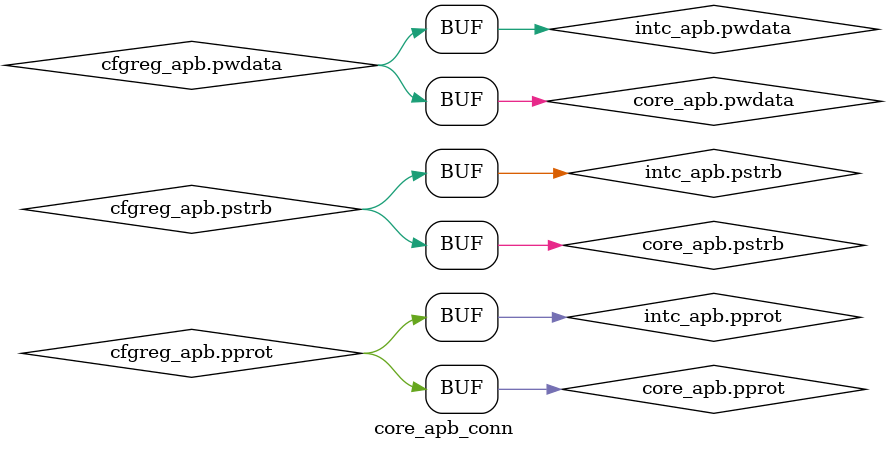
<source format=sv>
module core_apb_conn (
    apb_intf.slave  core_apb,
    apb_intf.master cfgreg_apb,
    apb_intf.master intc_apb
);

assign cfgreg_apb.psel    = ~core_apb.paddr[27] && core_apb.psel;
assign cfgreg_apb.penable = ~core_apb.paddr[27] && core_apb.penable;
assign cfgreg_apb.paddr   = core_apb.paddr;
assign cfgreg_apb.pwrite  = core_apb.pwrite;
assign cfgreg_apb.pstrb   = core_apb.pstrb;
assign cfgreg_apb.pprot   = core_apb.pprot;
assign cfgreg_apb.pwdata  = core_apb.pwdata;

assign intc_apb.psel      = core_apb.paddr[27] && core_apb.psel;
assign intc_apb.penable   = core_apb.paddr[27] && core_apb.penable;
assign intc_apb.paddr     = core_apb.paddr;
assign intc_apb.pwrite    = core_apb.pwrite;
assign intc_apb.pstrb     = core_apb.pstrb;
assign intc_apb.pprot     = core_apb.pprot;
assign intc_apb.pwdata    = core_apb.pwdata;

assign core_apb.prdata    = core_apb.paddr[27] ? intc_apb.prdata  : cfgreg_apb.prdata;
assign core_apb.pslverr   = core_apb.paddr[27] ? intc_apb.pslverr : cfgreg_apb.pslverr;
assign core_apb.pready    = core_apb.paddr[27] ? intc_apb.pready  : cfgreg_apb.pready;

endmodule

</source>
